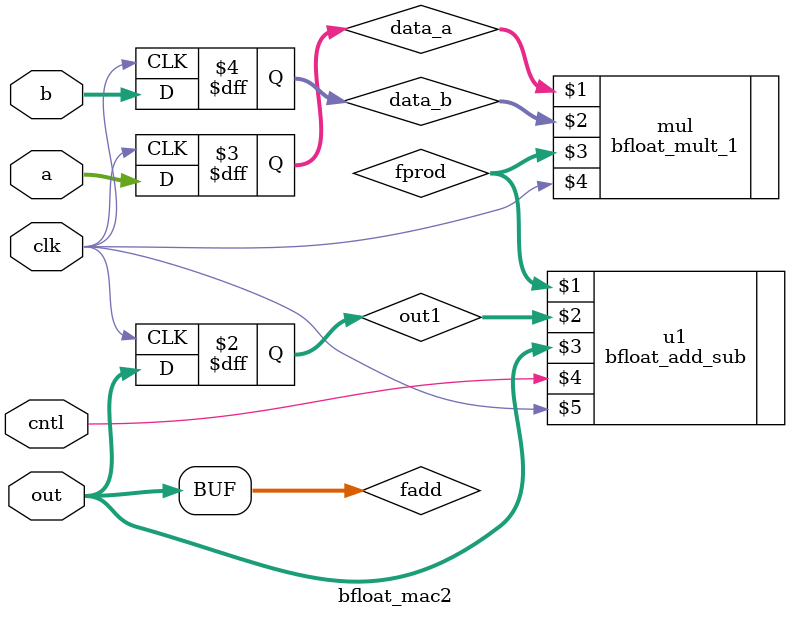
<source format=sv>
`timescale 1ns / 1ps


module bfloat_mac2(a,b,cntl,clk,out);
input bit[15:0]a,b;
input bit  clk;
input bit  cntl;
inout [15:0]out;
bit [15:0] fprod, fadd,out1;
bit [15:0] data_a, data_b, fprod1;


always@(posedge clk)
begin
data_a<=a;
data_b<=b;
out1<=out;
end

bfloat_mult_1 mul(data_a,data_b,fprod,clk);
bfloat_add_sub u1(fprod,out1,fadd,cntl,clk);

assign out=fadd;




endmodule

</source>
